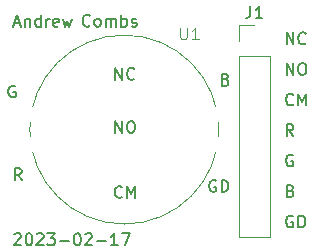
<source format=gto>
%TF.GenerationSoftware,KiCad,Pcbnew,(7.0.0)*%
%TF.CreationDate,2023-02-17T23:24:39-05:00*%
%TF.ProjectId,RgbButton,52676242-7574-4746-9f6e-2e6b69636164,rev?*%
%TF.SameCoordinates,Original*%
%TF.FileFunction,Legend,Top*%
%TF.FilePolarity,Positive*%
%FSLAX46Y46*%
G04 Gerber Fmt 4.6, Leading zero omitted, Abs format (unit mm)*
G04 Created by KiCad (PCBNEW (7.0.0)) date 2023-02-17 23:24:39*
%MOMM*%
%LPD*%
G01*
G04 APERTURE LIST*
%ADD10C,0.150000*%
%ADD11C,0.100000*%
%ADD12C,0.120000*%
%ADD13C,1.524000*%
%ADD14O,1.524000X4.000000*%
%ADD15R,1.700000X1.700000*%
%ADD16O,1.700000X1.700000*%
G04 APERTURE END LIST*
D10*
X139690476Y-112877619D02*
X139738095Y-112830000D01*
X139738095Y-112830000D02*
X139833333Y-112782380D01*
X139833333Y-112782380D02*
X140071428Y-112782380D01*
X140071428Y-112782380D02*
X140166666Y-112830000D01*
X140166666Y-112830000D02*
X140214285Y-112877619D01*
X140214285Y-112877619D02*
X140261904Y-112972857D01*
X140261904Y-112972857D02*
X140261904Y-113068095D01*
X140261904Y-113068095D02*
X140214285Y-113210952D01*
X140214285Y-113210952D02*
X139642857Y-113782380D01*
X139642857Y-113782380D02*
X140261904Y-113782380D01*
X140880952Y-112782380D02*
X140976190Y-112782380D01*
X140976190Y-112782380D02*
X141071428Y-112830000D01*
X141071428Y-112830000D02*
X141119047Y-112877619D01*
X141119047Y-112877619D02*
X141166666Y-112972857D01*
X141166666Y-112972857D02*
X141214285Y-113163333D01*
X141214285Y-113163333D02*
X141214285Y-113401428D01*
X141214285Y-113401428D02*
X141166666Y-113591904D01*
X141166666Y-113591904D02*
X141119047Y-113687142D01*
X141119047Y-113687142D02*
X141071428Y-113734761D01*
X141071428Y-113734761D02*
X140976190Y-113782380D01*
X140976190Y-113782380D02*
X140880952Y-113782380D01*
X140880952Y-113782380D02*
X140785714Y-113734761D01*
X140785714Y-113734761D02*
X140738095Y-113687142D01*
X140738095Y-113687142D02*
X140690476Y-113591904D01*
X140690476Y-113591904D02*
X140642857Y-113401428D01*
X140642857Y-113401428D02*
X140642857Y-113163333D01*
X140642857Y-113163333D02*
X140690476Y-112972857D01*
X140690476Y-112972857D02*
X140738095Y-112877619D01*
X140738095Y-112877619D02*
X140785714Y-112830000D01*
X140785714Y-112830000D02*
X140880952Y-112782380D01*
X141595238Y-112877619D02*
X141642857Y-112830000D01*
X141642857Y-112830000D02*
X141738095Y-112782380D01*
X141738095Y-112782380D02*
X141976190Y-112782380D01*
X141976190Y-112782380D02*
X142071428Y-112830000D01*
X142071428Y-112830000D02*
X142119047Y-112877619D01*
X142119047Y-112877619D02*
X142166666Y-112972857D01*
X142166666Y-112972857D02*
X142166666Y-113068095D01*
X142166666Y-113068095D02*
X142119047Y-113210952D01*
X142119047Y-113210952D02*
X141547619Y-113782380D01*
X141547619Y-113782380D02*
X142166666Y-113782380D01*
X142500000Y-112782380D02*
X143119047Y-112782380D01*
X143119047Y-112782380D02*
X142785714Y-113163333D01*
X142785714Y-113163333D02*
X142928571Y-113163333D01*
X142928571Y-113163333D02*
X143023809Y-113210952D01*
X143023809Y-113210952D02*
X143071428Y-113258571D01*
X143071428Y-113258571D02*
X143119047Y-113353809D01*
X143119047Y-113353809D02*
X143119047Y-113591904D01*
X143119047Y-113591904D02*
X143071428Y-113687142D01*
X143071428Y-113687142D02*
X143023809Y-113734761D01*
X143023809Y-113734761D02*
X142928571Y-113782380D01*
X142928571Y-113782380D02*
X142642857Y-113782380D01*
X142642857Y-113782380D02*
X142547619Y-113734761D01*
X142547619Y-113734761D02*
X142500000Y-113687142D01*
X143547619Y-113401428D02*
X144309524Y-113401428D01*
X144976190Y-112782380D02*
X145071428Y-112782380D01*
X145071428Y-112782380D02*
X145166666Y-112830000D01*
X145166666Y-112830000D02*
X145214285Y-112877619D01*
X145214285Y-112877619D02*
X145261904Y-112972857D01*
X145261904Y-112972857D02*
X145309523Y-113163333D01*
X145309523Y-113163333D02*
X145309523Y-113401428D01*
X145309523Y-113401428D02*
X145261904Y-113591904D01*
X145261904Y-113591904D02*
X145214285Y-113687142D01*
X145214285Y-113687142D02*
X145166666Y-113734761D01*
X145166666Y-113734761D02*
X145071428Y-113782380D01*
X145071428Y-113782380D02*
X144976190Y-113782380D01*
X144976190Y-113782380D02*
X144880952Y-113734761D01*
X144880952Y-113734761D02*
X144833333Y-113687142D01*
X144833333Y-113687142D02*
X144785714Y-113591904D01*
X144785714Y-113591904D02*
X144738095Y-113401428D01*
X144738095Y-113401428D02*
X144738095Y-113163333D01*
X144738095Y-113163333D02*
X144785714Y-112972857D01*
X144785714Y-112972857D02*
X144833333Y-112877619D01*
X144833333Y-112877619D02*
X144880952Y-112830000D01*
X144880952Y-112830000D02*
X144976190Y-112782380D01*
X145690476Y-112877619D02*
X145738095Y-112830000D01*
X145738095Y-112830000D02*
X145833333Y-112782380D01*
X145833333Y-112782380D02*
X146071428Y-112782380D01*
X146071428Y-112782380D02*
X146166666Y-112830000D01*
X146166666Y-112830000D02*
X146214285Y-112877619D01*
X146214285Y-112877619D02*
X146261904Y-112972857D01*
X146261904Y-112972857D02*
X146261904Y-113068095D01*
X146261904Y-113068095D02*
X146214285Y-113210952D01*
X146214285Y-113210952D02*
X145642857Y-113782380D01*
X145642857Y-113782380D02*
X146261904Y-113782380D01*
X146690476Y-113401428D02*
X147452381Y-113401428D01*
X148452380Y-113782380D02*
X147880952Y-113782380D01*
X148166666Y-113782380D02*
X148166666Y-112782380D01*
X148166666Y-112782380D02*
X148071428Y-112925238D01*
X148071428Y-112925238D02*
X147976190Y-113020476D01*
X147976190Y-113020476D02*
X147880952Y-113068095D01*
X148785714Y-112782380D02*
X149452380Y-112782380D01*
X149452380Y-112782380D02*
X149023809Y-113782380D01*
X139690476Y-94996666D02*
X140166666Y-94996666D01*
X139595238Y-95282380D02*
X139928571Y-94282380D01*
X139928571Y-94282380D02*
X140261904Y-95282380D01*
X140595238Y-94615714D02*
X140595238Y-95282380D01*
X140595238Y-94710952D02*
X140642857Y-94663333D01*
X140642857Y-94663333D02*
X140738095Y-94615714D01*
X140738095Y-94615714D02*
X140880952Y-94615714D01*
X140880952Y-94615714D02*
X140976190Y-94663333D01*
X140976190Y-94663333D02*
X141023809Y-94758571D01*
X141023809Y-94758571D02*
X141023809Y-95282380D01*
X141928571Y-95282380D02*
X141928571Y-94282380D01*
X141928571Y-95234761D02*
X141833333Y-95282380D01*
X141833333Y-95282380D02*
X141642857Y-95282380D01*
X141642857Y-95282380D02*
X141547619Y-95234761D01*
X141547619Y-95234761D02*
X141500000Y-95187142D01*
X141500000Y-95187142D02*
X141452381Y-95091904D01*
X141452381Y-95091904D02*
X141452381Y-94806190D01*
X141452381Y-94806190D02*
X141500000Y-94710952D01*
X141500000Y-94710952D02*
X141547619Y-94663333D01*
X141547619Y-94663333D02*
X141642857Y-94615714D01*
X141642857Y-94615714D02*
X141833333Y-94615714D01*
X141833333Y-94615714D02*
X141928571Y-94663333D01*
X142404762Y-95282380D02*
X142404762Y-94615714D01*
X142404762Y-94806190D02*
X142452381Y-94710952D01*
X142452381Y-94710952D02*
X142500000Y-94663333D01*
X142500000Y-94663333D02*
X142595238Y-94615714D01*
X142595238Y-94615714D02*
X142690476Y-94615714D01*
X143404762Y-95234761D02*
X143309524Y-95282380D01*
X143309524Y-95282380D02*
X143119048Y-95282380D01*
X143119048Y-95282380D02*
X143023810Y-95234761D01*
X143023810Y-95234761D02*
X142976191Y-95139523D01*
X142976191Y-95139523D02*
X142976191Y-94758571D01*
X142976191Y-94758571D02*
X143023810Y-94663333D01*
X143023810Y-94663333D02*
X143119048Y-94615714D01*
X143119048Y-94615714D02*
X143309524Y-94615714D01*
X143309524Y-94615714D02*
X143404762Y-94663333D01*
X143404762Y-94663333D02*
X143452381Y-94758571D01*
X143452381Y-94758571D02*
X143452381Y-94853809D01*
X143452381Y-94853809D02*
X142976191Y-94949047D01*
X143785715Y-94615714D02*
X143976191Y-95282380D01*
X143976191Y-95282380D02*
X144166667Y-94806190D01*
X144166667Y-94806190D02*
X144357143Y-95282380D01*
X144357143Y-95282380D02*
X144547619Y-94615714D01*
X146100000Y-95187142D02*
X146052381Y-95234761D01*
X146052381Y-95234761D02*
X145909524Y-95282380D01*
X145909524Y-95282380D02*
X145814286Y-95282380D01*
X145814286Y-95282380D02*
X145671429Y-95234761D01*
X145671429Y-95234761D02*
X145576191Y-95139523D01*
X145576191Y-95139523D02*
X145528572Y-95044285D01*
X145528572Y-95044285D02*
X145480953Y-94853809D01*
X145480953Y-94853809D02*
X145480953Y-94710952D01*
X145480953Y-94710952D02*
X145528572Y-94520476D01*
X145528572Y-94520476D02*
X145576191Y-94425238D01*
X145576191Y-94425238D02*
X145671429Y-94330000D01*
X145671429Y-94330000D02*
X145814286Y-94282380D01*
X145814286Y-94282380D02*
X145909524Y-94282380D01*
X145909524Y-94282380D02*
X146052381Y-94330000D01*
X146052381Y-94330000D02*
X146100000Y-94377619D01*
X146671429Y-95282380D02*
X146576191Y-95234761D01*
X146576191Y-95234761D02*
X146528572Y-95187142D01*
X146528572Y-95187142D02*
X146480953Y-95091904D01*
X146480953Y-95091904D02*
X146480953Y-94806190D01*
X146480953Y-94806190D02*
X146528572Y-94710952D01*
X146528572Y-94710952D02*
X146576191Y-94663333D01*
X146576191Y-94663333D02*
X146671429Y-94615714D01*
X146671429Y-94615714D02*
X146814286Y-94615714D01*
X146814286Y-94615714D02*
X146909524Y-94663333D01*
X146909524Y-94663333D02*
X146957143Y-94710952D01*
X146957143Y-94710952D02*
X147004762Y-94806190D01*
X147004762Y-94806190D02*
X147004762Y-95091904D01*
X147004762Y-95091904D02*
X146957143Y-95187142D01*
X146957143Y-95187142D02*
X146909524Y-95234761D01*
X146909524Y-95234761D02*
X146814286Y-95282380D01*
X146814286Y-95282380D02*
X146671429Y-95282380D01*
X147433334Y-95282380D02*
X147433334Y-94615714D01*
X147433334Y-94710952D02*
X147480953Y-94663333D01*
X147480953Y-94663333D02*
X147576191Y-94615714D01*
X147576191Y-94615714D02*
X147719048Y-94615714D01*
X147719048Y-94615714D02*
X147814286Y-94663333D01*
X147814286Y-94663333D02*
X147861905Y-94758571D01*
X147861905Y-94758571D02*
X147861905Y-95282380D01*
X147861905Y-94758571D02*
X147909524Y-94663333D01*
X147909524Y-94663333D02*
X148004762Y-94615714D01*
X148004762Y-94615714D02*
X148147619Y-94615714D01*
X148147619Y-94615714D02*
X148242858Y-94663333D01*
X148242858Y-94663333D02*
X148290477Y-94758571D01*
X148290477Y-94758571D02*
X148290477Y-95282380D01*
X148766667Y-95282380D02*
X148766667Y-94282380D01*
X148766667Y-94663333D02*
X148861905Y-94615714D01*
X148861905Y-94615714D02*
X149052381Y-94615714D01*
X149052381Y-94615714D02*
X149147619Y-94663333D01*
X149147619Y-94663333D02*
X149195238Y-94710952D01*
X149195238Y-94710952D02*
X149242857Y-94806190D01*
X149242857Y-94806190D02*
X149242857Y-95091904D01*
X149242857Y-95091904D02*
X149195238Y-95187142D01*
X149195238Y-95187142D02*
X149147619Y-95234761D01*
X149147619Y-95234761D02*
X149052381Y-95282380D01*
X149052381Y-95282380D02*
X148861905Y-95282380D01*
X148861905Y-95282380D02*
X148766667Y-95234761D01*
X149623810Y-95234761D02*
X149719048Y-95282380D01*
X149719048Y-95282380D02*
X149909524Y-95282380D01*
X149909524Y-95282380D02*
X150004762Y-95234761D01*
X150004762Y-95234761D02*
X150052381Y-95139523D01*
X150052381Y-95139523D02*
X150052381Y-95091904D01*
X150052381Y-95091904D02*
X150004762Y-94996666D01*
X150004762Y-94996666D02*
X149909524Y-94949047D01*
X149909524Y-94949047D02*
X149766667Y-94949047D01*
X149766667Y-94949047D02*
X149671429Y-94901428D01*
X149671429Y-94901428D02*
X149623810Y-94806190D01*
X149623810Y-94806190D02*
X149623810Y-94758571D01*
X149623810Y-94758571D02*
X149671429Y-94663333D01*
X149671429Y-94663333D02*
X149766667Y-94615714D01*
X149766667Y-94615714D02*
X149909524Y-94615714D01*
X149909524Y-94615714D02*
X150004762Y-94663333D01*
X156761904Y-108330000D02*
X156666666Y-108282380D01*
X156666666Y-108282380D02*
X156523809Y-108282380D01*
X156523809Y-108282380D02*
X156380952Y-108330000D01*
X156380952Y-108330000D02*
X156285714Y-108425238D01*
X156285714Y-108425238D02*
X156238095Y-108520476D01*
X156238095Y-108520476D02*
X156190476Y-108710952D01*
X156190476Y-108710952D02*
X156190476Y-108853809D01*
X156190476Y-108853809D02*
X156238095Y-109044285D01*
X156238095Y-109044285D02*
X156285714Y-109139523D01*
X156285714Y-109139523D02*
X156380952Y-109234761D01*
X156380952Y-109234761D02*
X156523809Y-109282380D01*
X156523809Y-109282380D02*
X156619047Y-109282380D01*
X156619047Y-109282380D02*
X156761904Y-109234761D01*
X156761904Y-109234761D02*
X156809523Y-109187142D01*
X156809523Y-109187142D02*
X156809523Y-108853809D01*
X156809523Y-108853809D02*
X156619047Y-108853809D01*
X157238095Y-109282380D02*
X157238095Y-108282380D01*
X157238095Y-108282380D02*
X157476190Y-108282380D01*
X157476190Y-108282380D02*
X157619047Y-108330000D01*
X157619047Y-108330000D02*
X157714285Y-108425238D01*
X157714285Y-108425238D02*
X157761904Y-108520476D01*
X157761904Y-108520476D02*
X157809523Y-108710952D01*
X157809523Y-108710952D02*
X157809523Y-108853809D01*
X157809523Y-108853809D02*
X157761904Y-109044285D01*
X157761904Y-109044285D02*
X157714285Y-109139523D01*
X157714285Y-109139523D02*
X157619047Y-109234761D01*
X157619047Y-109234761D02*
X157476190Y-109282380D01*
X157476190Y-109282380D02*
X157238095Y-109282380D01*
X157571428Y-99758571D02*
X157714285Y-99806190D01*
X157714285Y-99806190D02*
X157761904Y-99853809D01*
X157761904Y-99853809D02*
X157809523Y-99949047D01*
X157809523Y-99949047D02*
X157809523Y-100091904D01*
X157809523Y-100091904D02*
X157761904Y-100187142D01*
X157761904Y-100187142D02*
X157714285Y-100234761D01*
X157714285Y-100234761D02*
X157619047Y-100282380D01*
X157619047Y-100282380D02*
X157238095Y-100282380D01*
X157238095Y-100282380D02*
X157238095Y-99282380D01*
X157238095Y-99282380D02*
X157571428Y-99282380D01*
X157571428Y-99282380D02*
X157666666Y-99330000D01*
X157666666Y-99330000D02*
X157714285Y-99377619D01*
X157714285Y-99377619D02*
X157761904Y-99472857D01*
X157761904Y-99472857D02*
X157761904Y-99568095D01*
X157761904Y-99568095D02*
X157714285Y-99663333D01*
X157714285Y-99663333D02*
X157666666Y-99710952D01*
X157666666Y-99710952D02*
X157571428Y-99758571D01*
X157571428Y-99758571D02*
X157238095Y-99758571D01*
X139761904Y-100330000D02*
X139666666Y-100282380D01*
X139666666Y-100282380D02*
X139523809Y-100282380D01*
X139523809Y-100282380D02*
X139380952Y-100330000D01*
X139380952Y-100330000D02*
X139285714Y-100425238D01*
X139285714Y-100425238D02*
X139238095Y-100520476D01*
X139238095Y-100520476D02*
X139190476Y-100710952D01*
X139190476Y-100710952D02*
X139190476Y-100853809D01*
X139190476Y-100853809D02*
X139238095Y-101044285D01*
X139238095Y-101044285D02*
X139285714Y-101139523D01*
X139285714Y-101139523D02*
X139380952Y-101234761D01*
X139380952Y-101234761D02*
X139523809Y-101282380D01*
X139523809Y-101282380D02*
X139619047Y-101282380D01*
X139619047Y-101282380D02*
X139761904Y-101234761D01*
X139761904Y-101234761D02*
X139809523Y-101187142D01*
X139809523Y-101187142D02*
X139809523Y-100853809D01*
X139809523Y-100853809D02*
X139619047Y-100853809D01*
X140309523Y-108282380D02*
X139976190Y-107806190D01*
X139738095Y-108282380D02*
X139738095Y-107282380D01*
X139738095Y-107282380D02*
X140119047Y-107282380D01*
X140119047Y-107282380D02*
X140214285Y-107330000D01*
X140214285Y-107330000D02*
X140261904Y-107377619D01*
X140261904Y-107377619D02*
X140309523Y-107472857D01*
X140309523Y-107472857D02*
X140309523Y-107615714D01*
X140309523Y-107615714D02*
X140261904Y-107710952D01*
X140261904Y-107710952D02*
X140214285Y-107758571D01*
X140214285Y-107758571D02*
X140119047Y-107806190D01*
X140119047Y-107806190D02*
X139738095Y-107806190D01*
X148809523Y-109687142D02*
X148761904Y-109734761D01*
X148761904Y-109734761D02*
X148619047Y-109782380D01*
X148619047Y-109782380D02*
X148523809Y-109782380D01*
X148523809Y-109782380D02*
X148380952Y-109734761D01*
X148380952Y-109734761D02*
X148285714Y-109639523D01*
X148285714Y-109639523D02*
X148238095Y-109544285D01*
X148238095Y-109544285D02*
X148190476Y-109353809D01*
X148190476Y-109353809D02*
X148190476Y-109210952D01*
X148190476Y-109210952D02*
X148238095Y-109020476D01*
X148238095Y-109020476D02*
X148285714Y-108925238D01*
X148285714Y-108925238D02*
X148380952Y-108830000D01*
X148380952Y-108830000D02*
X148523809Y-108782380D01*
X148523809Y-108782380D02*
X148619047Y-108782380D01*
X148619047Y-108782380D02*
X148761904Y-108830000D01*
X148761904Y-108830000D02*
X148809523Y-108877619D01*
X149238095Y-109782380D02*
X149238095Y-108782380D01*
X149238095Y-108782380D02*
X149571428Y-109496666D01*
X149571428Y-109496666D02*
X149904761Y-108782380D01*
X149904761Y-108782380D02*
X149904761Y-109782380D01*
X148238095Y-104282380D02*
X148238095Y-103282380D01*
X148238095Y-103282380D02*
X148809523Y-104282380D01*
X148809523Y-104282380D02*
X148809523Y-103282380D01*
X149476190Y-103282380D02*
X149666666Y-103282380D01*
X149666666Y-103282380D02*
X149761904Y-103330000D01*
X149761904Y-103330000D02*
X149857142Y-103425238D01*
X149857142Y-103425238D02*
X149904761Y-103615714D01*
X149904761Y-103615714D02*
X149904761Y-103949047D01*
X149904761Y-103949047D02*
X149857142Y-104139523D01*
X149857142Y-104139523D02*
X149761904Y-104234761D01*
X149761904Y-104234761D02*
X149666666Y-104282380D01*
X149666666Y-104282380D02*
X149476190Y-104282380D01*
X149476190Y-104282380D02*
X149380952Y-104234761D01*
X149380952Y-104234761D02*
X149285714Y-104139523D01*
X149285714Y-104139523D02*
X149238095Y-103949047D01*
X149238095Y-103949047D02*
X149238095Y-103615714D01*
X149238095Y-103615714D02*
X149285714Y-103425238D01*
X149285714Y-103425238D02*
X149380952Y-103330000D01*
X149380952Y-103330000D02*
X149476190Y-103282380D01*
X148238095Y-99782380D02*
X148238095Y-98782380D01*
X148238095Y-98782380D02*
X148809523Y-99782380D01*
X148809523Y-99782380D02*
X148809523Y-98782380D01*
X149857142Y-99687142D02*
X149809523Y-99734761D01*
X149809523Y-99734761D02*
X149666666Y-99782380D01*
X149666666Y-99782380D02*
X149571428Y-99782380D01*
X149571428Y-99782380D02*
X149428571Y-99734761D01*
X149428571Y-99734761D02*
X149333333Y-99639523D01*
X149333333Y-99639523D02*
X149285714Y-99544285D01*
X149285714Y-99544285D02*
X149238095Y-99353809D01*
X149238095Y-99353809D02*
X149238095Y-99210952D01*
X149238095Y-99210952D02*
X149285714Y-99020476D01*
X149285714Y-99020476D02*
X149333333Y-98925238D01*
X149333333Y-98925238D02*
X149428571Y-98830000D01*
X149428571Y-98830000D02*
X149571428Y-98782380D01*
X149571428Y-98782380D02*
X149666666Y-98782380D01*
X149666666Y-98782380D02*
X149809523Y-98830000D01*
X149809523Y-98830000D02*
X149857142Y-98877619D01*
X163261904Y-111330000D02*
X163166666Y-111282380D01*
X163166666Y-111282380D02*
X163023809Y-111282380D01*
X163023809Y-111282380D02*
X162880952Y-111330000D01*
X162880952Y-111330000D02*
X162785714Y-111425238D01*
X162785714Y-111425238D02*
X162738095Y-111520476D01*
X162738095Y-111520476D02*
X162690476Y-111710952D01*
X162690476Y-111710952D02*
X162690476Y-111853809D01*
X162690476Y-111853809D02*
X162738095Y-112044285D01*
X162738095Y-112044285D02*
X162785714Y-112139523D01*
X162785714Y-112139523D02*
X162880952Y-112234761D01*
X162880952Y-112234761D02*
X163023809Y-112282380D01*
X163023809Y-112282380D02*
X163119047Y-112282380D01*
X163119047Y-112282380D02*
X163261904Y-112234761D01*
X163261904Y-112234761D02*
X163309523Y-112187142D01*
X163309523Y-112187142D02*
X163309523Y-111853809D01*
X163309523Y-111853809D02*
X163119047Y-111853809D01*
X163738095Y-112282380D02*
X163738095Y-111282380D01*
X163738095Y-111282380D02*
X163976190Y-111282380D01*
X163976190Y-111282380D02*
X164119047Y-111330000D01*
X164119047Y-111330000D02*
X164214285Y-111425238D01*
X164214285Y-111425238D02*
X164261904Y-111520476D01*
X164261904Y-111520476D02*
X164309523Y-111710952D01*
X164309523Y-111710952D02*
X164309523Y-111853809D01*
X164309523Y-111853809D02*
X164261904Y-112044285D01*
X164261904Y-112044285D02*
X164214285Y-112139523D01*
X164214285Y-112139523D02*
X164119047Y-112234761D01*
X164119047Y-112234761D02*
X163976190Y-112282380D01*
X163976190Y-112282380D02*
X163738095Y-112282380D01*
X163071428Y-109175236D02*
X163214285Y-109222855D01*
X163214285Y-109222855D02*
X163261904Y-109270474D01*
X163261904Y-109270474D02*
X163309523Y-109365712D01*
X163309523Y-109365712D02*
X163309523Y-109508569D01*
X163309523Y-109508569D02*
X163261904Y-109603807D01*
X163261904Y-109603807D02*
X163214285Y-109651426D01*
X163214285Y-109651426D02*
X163119047Y-109699045D01*
X163119047Y-109699045D02*
X162738095Y-109699045D01*
X162738095Y-109699045D02*
X162738095Y-108699045D01*
X162738095Y-108699045D02*
X163071428Y-108699045D01*
X163071428Y-108699045D02*
X163166666Y-108746665D01*
X163166666Y-108746665D02*
X163214285Y-108794284D01*
X163214285Y-108794284D02*
X163261904Y-108889522D01*
X163261904Y-108889522D02*
X163261904Y-108984760D01*
X163261904Y-108984760D02*
X163214285Y-109079998D01*
X163214285Y-109079998D02*
X163166666Y-109127617D01*
X163166666Y-109127617D02*
X163071428Y-109175236D01*
X163071428Y-109175236D02*
X162738095Y-109175236D01*
X163261904Y-106163332D02*
X163166666Y-106115712D01*
X163166666Y-106115712D02*
X163023809Y-106115712D01*
X163023809Y-106115712D02*
X162880952Y-106163332D01*
X162880952Y-106163332D02*
X162785714Y-106258570D01*
X162785714Y-106258570D02*
X162738095Y-106353808D01*
X162738095Y-106353808D02*
X162690476Y-106544284D01*
X162690476Y-106544284D02*
X162690476Y-106687141D01*
X162690476Y-106687141D02*
X162738095Y-106877617D01*
X162738095Y-106877617D02*
X162785714Y-106972855D01*
X162785714Y-106972855D02*
X162880952Y-107068093D01*
X162880952Y-107068093D02*
X163023809Y-107115712D01*
X163023809Y-107115712D02*
X163119047Y-107115712D01*
X163119047Y-107115712D02*
X163261904Y-107068093D01*
X163261904Y-107068093D02*
X163309523Y-107020474D01*
X163309523Y-107020474D02*
X163309523Y-106687141D01*
X163309523Y-106687141D02*
X163119047Y-106687141D01*
X163309523Y-104532379D02*
X162976190Y-104056189D01*
X162738095Y-104532379D02*
X162738095Y-103532379D01*
X162738095Y-103532379D02*
X163119047Y-103532379D01*
X163119047Y-103532379D02*
X163214285Y-103579999D01*
X163214285Y-103579999D02*
X163261904Y-103627618D01*
X163261904Y-103627618D02*
X163309523Y-103722856D01*
X163309523Y-103722856D02*
X163309523Y-103865713D01*
X163309523Y-103865713D02*
X163261904Y-103960951D01*
X163261904Y-103960951D02*
X163214285Y-104008570D01*
X163214285Y-104008570D02*
X163119047Y-104056189D01*
X163119047Y-104056189D02*
X162738095Y-104056189D01*
X163309523Y-101853808D02*
X163261904Y-101901427D01*
X163261904Y-101901427D02*
X163119047Y-101949046D01*
X163119047Y-101949046D02*
X163023809Y-101949046D01*
X163023809Y-101949046D02*
X162880952Y-101901427D01*
X162880952Y-101901427D02*
X162785714Y-101806189D01*
X162785714Y-101806189D02*
X162738095Y-101710951D01*
X162738095Y-101710951D02*
X162690476Y-101520475D01*
X162690476Y-101520475D02*
X162690476Y-101377618D01*
X162690476Y-101377618D02*
X162738095Y-101187142D01*
X162738095Y-101187142D02*
X162785714Y-101091904D01*
X162785714Y-101091904D02*
X162880952Y-100996666D01*
X162880952Y-100996666D02*
X163023809Y-100949046D01*
X163023809Y-100949046D02*
X163119047Y-100949046D01*
X163119047Y-100949046D02*
X163261904Y-100996666D01*
X163261904Y-100996666D02*
X163309523Y-101044285D01*
X163738095Y-101949046D02*
X163738095Y-100949046D01*
X163738095Y-100949046D02*
X164071428Y-101663332D01*
X164071428Y-101663332D02*
X164404761Y-100949046D01*
X164404761Y-100949046D02*
X164404761Y-101949046D01*
X162738095Y-99365713D02*
X162738095Y-98365713D01*
X162738095Y-98365713D02*
X163309523Y-99365713D01*
X163309523Y-99365713D02*
X163309523Y-98365713D01*
X163976190Y-98365713D02*
X164166666Y-98365713D01*
X164166666Y-98365713D02*
X164261904Y-98413333D01*
X164261904Y-98413333D02*
X164357142Y-98508571D01*
X164357142Y-98508571D02*
X164404761Y-98699047D01*
X164404761Y-98699047D02*
X164404761Y-99032380D01*
X164404761Y-99032380D02*
X164357142Y-99222856D01*
X164357142Y-99222856D02*
X164261904Y-99318094D01*
X164261904Y-99318094D02*
X164166666Y-99365713D01*
X164166666Y-99365713D02*
X163976190Y-99365713D01*
X163976190Y-99365713D02*
X163880952Y-99318094D01*
X163880952Y-99318094D02*
X163785714Y-99222856D01*
X163785714Y-99222856D02*
X163738095Y-99032380D01*
X163738095Y-99032380D02*
X163738095Y-98699047D01*
X163738095Y-98699047D02*
X163785714Y-98508571D01*
X163785714Y-98508571D02*
X163880952Y-98413333D01*
X163880952Y-98413333D02*
X163976190Y-98365713D01*
X162738095Y-96782380D02*
X162738095Y-95782380D01*
X162738095Y-95782380D02*
X163309523Y-96782380D01*
X163309523Y-96782380D02*
X163309523Y-95782380D01*
X164357142Y-96687142D02*
X164309523Y-96734761D01*
X164309523Y-96734761D02*
X164166666Y-96782380D01*
X164166666Y-96782380D02*
X164071428Y-96782380D01*
X164071428Y-96782380D02*
X163928571Y-96734761D01*
X163928571Y-96734761D02*
X163833333Y-96639523D01*
X163833333Y-96639523D02*
X163785714Y-96544285D01*
X163785714Y-96544285D02*
X163738095Y-96353809D01*
X163738095Y-96353809D02*
X163738095Y-96210952D01*
X163738095Y-96210952D02*
X163785714Y-96020476D01*
X163785714Y-96020476D02*
X163833333Y-95925238D01*
X163833333Y-95925238D02*
X163928571Y-95830000D01*
X163928571Y-95830000D02*
X164071428Y-95782380D01*
X164071428Y-95782380D02*
X164166666Y-95782380D01*
X164166666Y-95782380D02*
X164309523Y-95830000D01*
X164309523Y-95830000D02*
X164357142Y-95877619D01*
D11*
%TO.C,U1*%
X153738095Y-95367380D02*
X153738095Y-96176904D01*
X153738095Y-96176904D02*
X153785714Y-96272142D01*
X153785714Y-96272142D02*
X153833333Y-96319761D01*
X153833333Y-96319761D02*
X153928571Y-96367380D01*
X153928571Y-96367380D02*
X154119047Y-96367380D01*
X154119047Y-96367380D02*
X154214285Y-96319761D01*
X154214285Y-96319761D02*
X154261904Y-96272142D01*
X154261904Y-96272142D02*
X154309523Y-96176904D01*
X154309523Y-96176904D02*
X154309523Y-95367380D01*
X155309523Y-96367380D02*
X154738095Y-96367380D01*
X155023809Y-96367380D02*
X155023809Y-95367380D01*
X155023809Y-95367380D02*
X154928571Y-95510238D01*
X154928571Y-95510238D02*
X154833333Y-95605476D01*
X154833333Y-95605476D02*
X154738095Y-95653095D01*
D10*
%TO.C,J1*%
X159686666Y-93557380D02*
X159686666Y-94271666D01*
X159686666Y-94271666D02*
X159639047Y-94414523D01*
X159639047Y-94414523D02*
X159543809Y-94509761D01*
X159543809Y-94509761D02*
X159400952Y-94557380D01*
X159400952Y-94557380D02*
X159305714Y-94557380D01*
X160686666Y-94557380D02*
X160115238Y-94557380D01*
X160400952Y-94557380D02*
X160400952Y-93557380D01*
X160400952Y-93557380D02*
X160305714Y-93700238D01*
X160305714Y-93700238D02*
X160210476Y-93795476D01*
X160210476Y-93795476D02*
X160115238Y-93843095D01*
D11*
%TO.C,U1*%
X157000000Y-104000000D02*
G75*
G03*
X157000000Y-104000000I-8000000J0D01*
G01*
D12*
%TO.C,J1*%
X158690000Y-97790000D02*
X161350000Y-97790000D01*
X158690000Y-97790000D02*
X158690000Y-113090000D01*
X158690000Y-95190000D02*
X160020000Y-95190000D01*
X158690000Y-113090000D02*
X161350000Y-113090000D01*
X158690000Y-96520000D02*
X158690000Y-95190000D01*
X161350000Y-97790000D02*
X161350000Y-113090000D01*
%TD*%
%LPC*%
D13*
%TO.C,U1*%
X156500000Y-102750000D03*
D14*
X146499999Y-108999999D03*
D13*
X141500000Y-102750000D03*
X156500000Y-105250000D03*
D14*
X146499999Y-98999999D03*
X146499999Y-103999999D03*
D13*
X141500000Y-105250000D03*
%TD*%
D15*
%TO.C,J1*%
X160019999Y-96519999D03*
D16*
X160019999Y-99059999D03*
X160019999Y-101599999D03*
X160019999Y-104139999D03*
X160019999Y-106679999D03*
X160019999Y-109219999D03*
X160019999Y-111759999D03*
%TD*%
M02*

</source>
